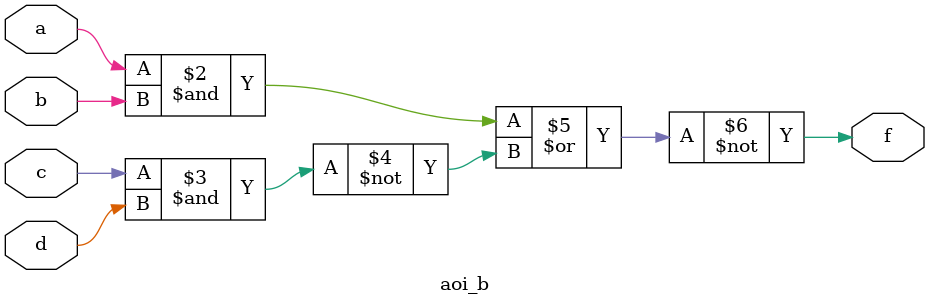
<source format=v>
module aoi_b(input a,b,c,d, output reg f);
	always @(a or b or c or d)
	begin
		f = ~((a&b)|(~(c&d)));
	end
endmodule



</source>
